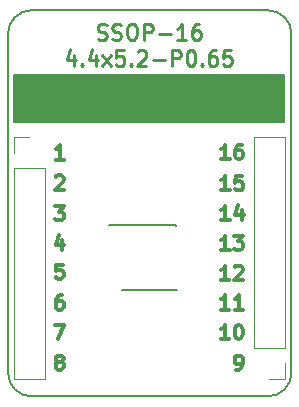
<source format=gbr>
G04 #@! TF.GenerationSoftware,KiCad,Pcbnew,5.1.4-e60b266~84~ubuntu19.04.1*
G04 #@! TF.CreationDate,2019-08-10T10:54:18+03:00*
G04 #@! TF.ProjectId,BRK-SSOP-16-4.4x5.2-P0.65,42524b2d-5353-44f5-902d-31362d342e34,v1.1*
G04 #@! TF.SameCoordinates,Original*
G04 #@! TF.FileFunction,Legend,Top*
G04 #@! TF.FilePolarity,Positive*
%FSLAX46Y46*%
G04 Gerber Fmt 4.6, Leading zero omitted, Abs format (unit mm)*
G04 Created by KiCad (PCBNEW 5.1.4-e60b266~84~ubuntu19.04.1) date 2019-08-10 10:54:18*
%MOMM*%
%LPD*%
G04 APERTURE LIST*
%ADD10C,0.300000*%
%ADD11C,0.150000*%
%ADD12C,0.250000*%
%ADD13C,0.120000*%
G04 APERTURE END LIST*
D10*
X55252142Y-77757142D02*
X55137857Y-77700000D01*
X55080714Y-77642857D01*
X55023571Y-77528571D01*
X55023571Y-77471428D01*
X55080714Y-77357142D01*
X55137857Y-77300000D01*
X55252142Y-77242857D01*
X55480714Y-77242857D01*
X55595000Y-77300000D01*
X55652142Y-77357142D01*
X55709285Y-77471428D01*
X55709285Y-77528571D01*
X55652142Y-77642857D01*
X55595000Y-77700000D01*
X55480714Y-77757142D01*
X55252142Y-77757142D01*
X55137857Y-77814285D01*
X55080714Y-77871428D01*
X55023571Y-77985714D01*
X55023571Y-78214285D01*
X55080714Y-78328571D01*
X55137857Y-78385714D01*
X55252142Y-78442857D01*
X55480714Y-78442857D01*
X55595000Y-78385714D01*
X55652142Y-78328571D01*
X55709285Y-78214285D01*
X55709285Y-77985714D01*
X55652142Y-77871428D01*
X55595000Y-77814285D01*
X55480714Y-77757142D01*
X54966428Y-74642857D02*
X55766428Y-74642857D01*
X55252142Y-75842857D01*
X55595000Y-72142857D02*
X55366428Y-72142857D01*
X55252142Y-72200000D01*
X55195000Y-72257142D01*
X55080714Y-72428571D01*
X55023571Y-72657142D01*
X55023571Y-73114285D01*
X55080714Y-73228571D01*
X55137857Y-73285714D01*
X55252142Y-73342857D01*
X55480714Y-73342857D01*
X55595000Y-73285714D01*
X55652142Y-73228571D01*
X55709285Y-73114285D01*
X55709285Y-72828571D01*
X55652142Y-72714285D01*
X55595000Y-72657142D01*
X55480714Y-72600000D01*
X55252142Y-72600000D01*
X55137857Y-72657142D01*
X55080714Y-72714285D01*
X55023571Y-72828571D01*
X55652142Y-69542857D02*
X55080714Y-69542857D01*
X55023571Y-70114285D01*
X55080714Y-70057142D01*
X55195000Y-70000000D01*
X55480714Y-70000000D01*
X55595000Y-70057142D01*
X55652142Y-70114285D01*
X55709285Y-70228571D01*
X55709285Y-70514285D01*
X55652142Y-70628571D01*
X55595000Y-70685714D01*
X55480714Y-70742857D01*
X55195000Y-70742857D01*
X55080714Y-70685714D01*
X55023571Y-70628571D01*
X70305000Y-78442857D02*
X70533571Y-78442857D01*
X70647857Y-78385714D01*
X70705000Y-78328571D01*
X70819285Y-78157142D01*
X70876428Y-77928571D01*
X70876428Y-77471428D01*
X70819285Y-77357142D01*
X70762142Y-77300000D01*
X70647857Y-77242857D01*
X70419285Y-77242857D01*
X70305000Y-77300000D01*
X70247857Y-77357142D01*
X70190714Y-77471428D01*
X70190714Y-77757142D01*
X70247857Y-77871428D01*
X70305000Y-77928571D01*
X70419285Y-77985714D01*
X70647857Y-77985714D01*
X70762142Y-77928571D01*
X70819285Y-77871428D01*
X70876428Y-77757142D01*
X69733571Y-75842857D02*
X69047857Y-75842857D01*
X69390714Y-75842857D02*
X69390714Y-74642857D01*
X69276428Y-74814285D01*
X69162142Y-74928571D01*
X69047857Y-74985714D01*
X70476428Y-74642857D02*
X70590714Y-74642857D01*
X70705000Y-74700000D01*
X70762142Y-74757142D01*
X70819285Y-74871428D01*
X70876428Y-75100000D01*
X70876428Y-75385714D01*
X70819285Y-75614285D01*
X70762142Y-75728571D01*
X70705000Y-75785714D01*
X70590714Y-75842857D01*
X70476428Y-75842857D01*
X70362142Y-75785714D01*
X70305000Y-75728571D01*
X70247857Y-75614285D01*
X70190714Y-75385714D01*
X70190714Y-75100000D01*
X70247857Y-74871428D01*
X70305000Y-74757142D01*
X70362142Y-74700000D01*
X70476428Y-74642857D01*
X69733571Y-73342857D02*
X69047857Y-73342857D01*
X69390714Y-73342857D02*
X69390714Y-72142857D01*
X69276428Y-72314285D01*
X69162142Y-72428571D01*
X69047857Y-72485714D01*
X70876428Y-73342857D02*
X70190714Y-73342857D01*
X70533571Y-73342857D02*
X70533571Y-72142857D01*
X70419285Y-72314285D01*
X70305000Y-72428571D01*
X70190714Y-72485714D01*
X69733571Y-70842857D02*
X69047857Y-70842857D01*
X69390714Y-70842857D02*
X69390714Y-69642857D01*
X69276428Y-69814285D01*
X69162142Y-69928571D01*
X69047857Y-69985714D01*
X70190714Y-69757142D02*
X70247857Y-69700000D01*
X70362142Y-69642857D01*
X70647857Y-69642857D01*
X70762142Y-69700000D01*
X70819285Y-69757142D01*
X70876428Y-69871428D01*
X70876428Y-69985714D01*
X70819285Y-70157142D01*
X70133571Y-70842857D01*
X70876428Y-70842857D01*
X55595000Y-67492857D02*
X55595000Y-68292857D01*
X55309285Y-67035714D02*
X55023571Y-67892857D01*
X55766428Y-67892857D01*
X69753571Y-68292857D02*
X69067857Y-68292857D01*
X69410714Y-68292857D02*
X69410714Y-67092857D01*
X69296428Y-67264285D01*
X69182142Y-67378571D01*
X69067857Y-67435714D01*
X70153571Y-67092857D02*
X70896428Y-67092857D01*
X70496428Y-67550000D01*
X70667857Y-67550000D01*
X70782142Y-67607142D01*
X70839285Y-67664285D01*
X70896428Y-67778571D01*
X70896428Y-68064285D01*
X70839285Y-68178571D01*
X70782142Y-68235714D01*
X70667857Y-68292857D01*
X70325000Y-68292857D01*
X70210714Y-68235714D01*
X70153571Y-68178571D01*
D11*
X53000000Y-80700000D02*
G75*
G02X51000000Y-78700000I0J2000000D01*
G01*
X75000000Y-78700000D02*
G75*
G02X73000000Y-80700000I-2000000J0D01*
G01*
X73000000Y-48000000D02*
G75*
G02X75000000Y-50000000I0J-2000000D01*
G01*
X51000000Y-50000000D02*
G75*
G02X53000000Y-48000000I2000000J0D01*
G01*
D10*
X69753571Y-65742857D02*
X69067857Y-65742857D01*
X69410714Y-65742857D02*
X69410714Y-64542857D01*
X69296428Y-64714285D01*
X69182142Y-64828571D01*
X69067857Y-64885714D01*
X70782142Y-64942857D02*
X70782142Y-65742857D01*
X70496428Y-64485714D02*
X70210714Y-65342857D01*
X70953571Y-65342857D01*
X69753571Y-63242857D02*
X69067857Y-63242857D01*
X69410714Y-63242857D02*
X69410714Y-62042857D01*
X69296428Y-62214285D01*
X69182142Y-62328571D01*
X69067857Y-62385714D01*
X70839285Y-62042857D02*
X70267857Y-62042857D01*
X70210714Y-62614285D01*
X70267857Y-62557142D01*
X70382142Y-62500000D01*
X70667857Y-62500000D01*
X70782142Y-62557142D01*
X70839285Y-62614285D01*
X70896428Y-62728571D01*
X70896428Y-63014285D01*
X70839285Y-63128571D01*
X70782142Y-63185714D01*
X70667857Y-63242857D01*
X70382142Y-63242857D01*
X70267857Y-63185714D01*
X70210714Y-63128571D01*
X69753571Y-60592857D02*
X69067857Y-60592857D01*
X69410714Y-60592857D02*
X69410714Y-59392857D01*
X69296428Y-59564285D01*
X69182142Y-59678571D01*
X69067857Y-59735714D01*
X70782142Y-59392857D02*
X70553571Y-59392857D01*
X70439285Y-59450000D01*
X70382142Y-59507142D01*
X70267857Y-59678571D01*
X70210714Y-59907142D01*
X70210714Y-60364285D01*
X70267857Y-60478571D01*
X70325000Y-60535714D01*
X70439285Y-60592857D01*
X70667857Y-60592857D01*
X70782142Y-60535714D01*
X70839285Y-60478571D01*
X70896428Y-60364285D01*
X70896428Y-60078571D01*
X70839285Y-59964285D01*
X70782142Y-59907142D01*
X70667857Y-59850000D01*
X70439285Y-59850000D01*
X70325000Y-59907142D01*
X70267857Y-59964285D01*
X70210714Y-60078571D01*
X54966428Y-64592857D02*
X55709285Y-64592857D01*
X55309285Y-65050000D01*
X55480714Y-65050000D01*
X55595000Y-65107142D01*
X55652142Y-65164285D01*
X55709285Y-65278571D01*
X55709285Y-65564285D01*
X55652142Y-65678571D01*
X55595000Y-65735714D01*
X55480714Y-65792857D01*
X55137857Y-65792857D01*
X55023571Y-65735714D01*
X54966428Y-65678571D01*
X55023571Y-62107142D02*
X55080714Y-62050000D01*
X55195000Y-61992857D01*
X55480714Y-61992857D01*
X55595000Y-62050000D01*
X55652142Y-62107142D01*
X55709285Y-62221428D01*
X55709285Y-62335714D01*
X55652142Y-62507142D01*
X54966428Y-63192857D01*
X55709285Y-63192857D01*
X55709285Y-60642857D02*
X55023571Y-60642857D01*
X55366428Y-60642857D02*
X55366428Y-59442857D01*
X55252142Y-59614285D01*
X55137857Y-59728571D01*
X55023571Y-59785714D01*
D11*
X73000000Y-80700000D02*
X53000000Y-80700000D01*
G36*
X74400000Y-57500000D02*
G01*
X51500000Y-57500000D01*
X51500000Y-53500000D01*
X74400000Y-53500000D01*
X74400000Y-57500000D01*
G37*
X74400000Y-57500000D02*
X51500000Y-57500000D01*
X51500000Y-53500000D01*
X74400000Y-53500000D01*
X74400000Y-57500000D01*
X75000000Y-50000000D02*
X75000000Y-78700000D01*
D12*
X58595714Y-50426190D02*
X58781428Y-50488095D01*
X59090952Y-50488095D01*
X59214761Y-50426190D01*
X59276666Y-50364285D01*
X59338571Y-50240476D01*
X59338571Y-50116666D01*
X59276666Y-49992857D01*
X59214761Y-49930952D01*
X59090952Y-49869047D01*
X58843333Y-49807142D01*
X58719523Y-49745238D01*
X58657619Y-49683333D01*
X58595714Y-49559523D01*
X58595714Y-49435714D01*
X58657619Y-49311904D01*
X58719523Y-49250000D01*
X58843333Y-49188095D01*
X59152857Y-49188095D01*
X59338571Y-49250000D01*
X59833809Y-50426190D02*
X60019523Y-50488095D01*
X60329047Y-50488095D01*
X60452857Y-50426190D01*
X60514761Y-50364285D01*
X60576666Y-50240476D01*
X60576666Y-50116666D01*
X60514761Y-49992857D01*
X60452857Y-49930952D01*
X60329047Y-49869047D01*
X60081428Y-49807142D01*
X59957619Y-49745238D01*
X59895714Y-49683333D01*
X59833809Y-49559523D01*
X59833809Y-49435714D01*
X59895714Y-49311904D01*
X59957619Y-49250000D01*
X60081428Y-49188095D01*
X60390952Y-49188095D01*
X60576666Y-49250000D01*
X61381428Y-49188095D02*
X61629047Y-49188095D01*
X61752857Y-49250000D01*
X61876666Y-49373809D01*
X61938571Y-49621428D01*
X61938571Y-50054761D01*
X61876666Y-50302380D01*
X61752857Y-50426190D01*
X61629047Y-50488095D01*
X61381428Y-50488095D01*
X61257619Y-50426190D01*
X61133809Y-50302380D01*
X61071904Y-50054761D01*
X61071904Y-49621428D01*
X61133809Y-49373809D01*
X61257619Y-49250000D01*
X61381428Y-49188095D01*
X62495714Y-50488095D02*
X62495714Y-49188095D01*
X62990952Y-49188095D01*
X63114761Y-49250000D01*
X63176666Y-49311904D01*
X63238571Y-49435714D01*
X63238571Y-49621428D01*
X63176666Y-49745238D01*
X63114761Y-49807142D01*
X62990952Y-49869047D01*
X62495714Y-49869047D01*
X63795714Y-49992857D02*
X64786190Y-49992857D01*
X66086190Y-50488095D02*
X65343333Y-50488095D01*
X65714761Y-50488095D02*
X65714761Y-49188095D01*
X65590952Y-49373809D01*
X65467142Y-49497619D01*
X65343333Y-49559523D01*
X67200476Y-49188095D02*
X66952857Y-49188095D01*
X66829047Y-49250000D01*
X66767142Y-49311904D01*
X66643333Y-49497619D01*
X66581428Y-49745238D01*
X66581428Y-50240476D01*
X66643333Y-50364285D01*
X66705238Y-50426190D01*
X66829047Y-50488095D01*
X67076666Y-50488095D01*
X67200476Y-50426190D01*
X67262380Y-50364285D01*
X67324285Y-50240476D01*
X67324285Y-49930952D01*
X67262380Y-49807142D01*
X67200476Y-49745238D01*
X67076666Y-49683333D01*
X66829047Y-49683333D01*
X66705238Y-49745238D01*
X66643333Y-49807142D01*
X66581428Y-49930952D01*
X56583809Y-51821428D02*
X56583809Y-52688095D01*
X56274285Y-51326190D02*
X55964761Y-52254761D01*
X56769523Y-52254761D01*
X57264761Y-52564285D02*
X57326666Y-52626190D01*
X57264761Y-52688095D01*
X57202857Y-52626190D01*
X57264761Y-52564285D01*
X57264761Y-52688095D01*
X58440952Y-51821428D02*
X58440952Y-52688095D01*
X58131428Y-51326190D02*
X57821904Y-52254761D01*
X58626666Y-52254761D01*
X58998095Y-52688095D02*
X59679047Y-51821428D01*
X58998095Y-51821428D02*
X59679047Y-52688095D01*
X60793333Y-51388095D02*
X60174285Y-51388095D01*
X60112380Y-52007142D01*
X60174285Y-51945238D01*
X60298095Y-51883333D01*
X60607619Y-51883333D01*
X60731428Y-51945238D01*
X60793333Y-52007142D01*
X60855238Y-52130952D01*
X60855238Y-52440476D01*
X60793333Y-52564285D01*
X60731428Y-52626190D01*
X60607619Y-52688095D01*
X60298095Y-52688095D01*
X60174285Y-52626190D01*
X60112380Y-52564285D01*
X61412380Y-52564285D02*
X61474285Y-52626190D01*
X61412380Y-52688095D01*
X61350476Y-52626190D01*
X61412380Y-52564285D01*
X61412380Y-52688095D01*
X61969523Y-51511904D02*
X62031428Y-51450000D01*
X62155238Y-51388095D01*
X62464761Y-51388095D01*
X62588571Y-51450000D01*
X62650476Y-51511904D01*
X62712380Y-51635714D01*
X62712380Y-51759523D01*
X62650476Y-51945238D01*
X61907619Y-52688095D01*
X62712380Y-52688095D01*
X63269523Y-52192857D02*
X64260000Y-52192857D01*
X64879047Y-52688095D02*
X64879047Y-51388095D01*
X65374285Y-51388095D01*
X65498095Y-51450000D01*
X65560000Y-51511904D01*
X65621904Y-51635714D01*
X65621904Y-51821428D01*
X65560000Y-51945238D01*
X65498095Y-52007142D01*
X65374285Y-52069047D01*
X64879047Y-52069047D01*
X66426666Y-51388095D02*
X66550476Y-51388095D01*
X66674285Y-51450000D01*
X66736190Y-51511904D01*
X66798095Y-51635714D01*
X66860000Y-51883333D01*
X66860000Y-52192857D01*
X66798095Y-52440476D01*
X66736190Y-52564285D01*
X66674285Y-52626190D01*
X66550476Y-52688095D01*
X66426666Y-52688095D01*
X66302857Y-52626190D01*
X66240952Y-52564285D01*
X66179047Y-52440476D01*
X66117142Y-52192857D01*
X66117142Y-51883333D01*
X66179047Y-51635714D01*
X66240952Y-51511904D01*
X66302857Y-51450000D01*
X66426666Y-51388095D01*
X67417142Y-52564285D02*
X67479047Y-52626190D01*
X67417142Y-52688095D01*
X67355238Y-52626190D01*
X67417142Y-52564285D01*
X67417142Y-52688095D01*
X68593333Y-51388095D02*
X68345714Y-51388095D01*
X68221904Y-51450000D01*
X68160000Y-51511904D01*
X68036190Y-51697619D01*
X67974285Y-51945238D01*
X67974285Y-52440476D01*
X68036190Y-52564285D01*
X68098095Y-52626190D01*
X68221904Y-52688095D01*
X68469523Y-52688095D01*
X68593333Y-52626190D01*
X68655238Y-52564285D01*
X68717142Y-52440476D01*
X68717142Y-52130952D01*
X68655238Y-52007142D01*
X68593333Y-51945238D01*
X68469523Y-51883333D01*
X68221904Y-51883333D01*
X68098095Y-51945238D01*
X68036190Y-52007142D01*
X67974285Y-52130952D01*
X69893333Y-51388095D02*
X69274285Y-51388095D01*
X69212380Y-52007142D01*
X69274285Y-51945238D01*
X69398095Y-51883333D01*
X69707619Y-51883333D01*
X69831428Y-51945238D01*
X69893333Y-52007142D01*
X69955238Y-52130952D01*
X69955238Y-52440476D01*
X69893333Y-52564285D01*
X69831428Y-52626190D01*
X69707619Y-52688095D01*
X69398095Y-52688095D01*
X69274285Y-52626190D01*
X69212380Y-52564285D01*
D11*
X53000000Y-48000000D02*
X73000000Y-48000000D01*
X51000000Y-78700000D02*
X51000000Y-50000000D01*
D13*
X74450000Y-79210000D02*
X73120000Y-79210000D01*
X74450000Y-77880000D02*
X74450000Y-79210000D01*
X74450000Y-76610000D02*
X71790000Y-76610000D01*
X71790000Y-76610000D02*
X71790000Y-58770000D01*
X74450000Y-76610000D02*
X74450000Y-58770000D01*
X74450000Y-58770000D02*
X71790000Y-58770000D01*
X51470000Y-58770000D02*
X52800000Y-58770000D01*
X51470000Y-60100000D02*
X51470000Y-58770000D01*
X51470000Y-61370000D02*
X54130000Y-61370000D01*
X54130000Y-61370000D02*
X54130000Y-79210000D01*
X51470000Y-61370000D02*
X51470000Y-79210000D01*
X51470000Y-79210000D02*
X54130000Y-79210000D01*
D11*
X60635000Y-71715000D02*
X65285000Y-71715000D01*
X59560000Y-66190000D02*
X65260000Y-66190000D01*
X60635000Y-71715000D02*
X60635000Y-71690000D01*
X65285000Y-71715000D02*
X65285000Y-71690000D01*
X65260000Y-66190000D02*
X65260000Y-66290000D01*
M02*

</source>
